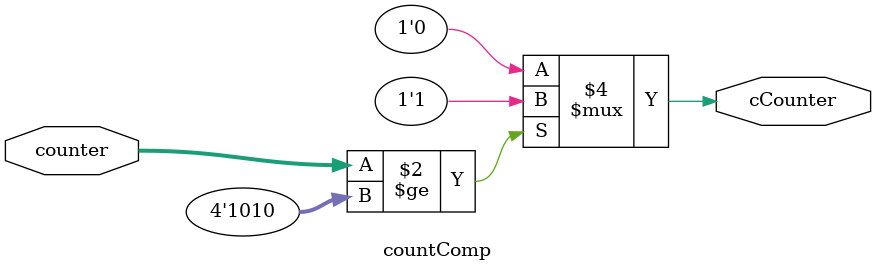
<source format=v>
module countComp(counter,cCounter);
	input [3:0] counter;
	output reg cCounter;	
	
	always @(counter) begin
		if (counter>=4'b1010) cCounter=1;
		else cCounter=0;
	end	

endmodule

</source>
